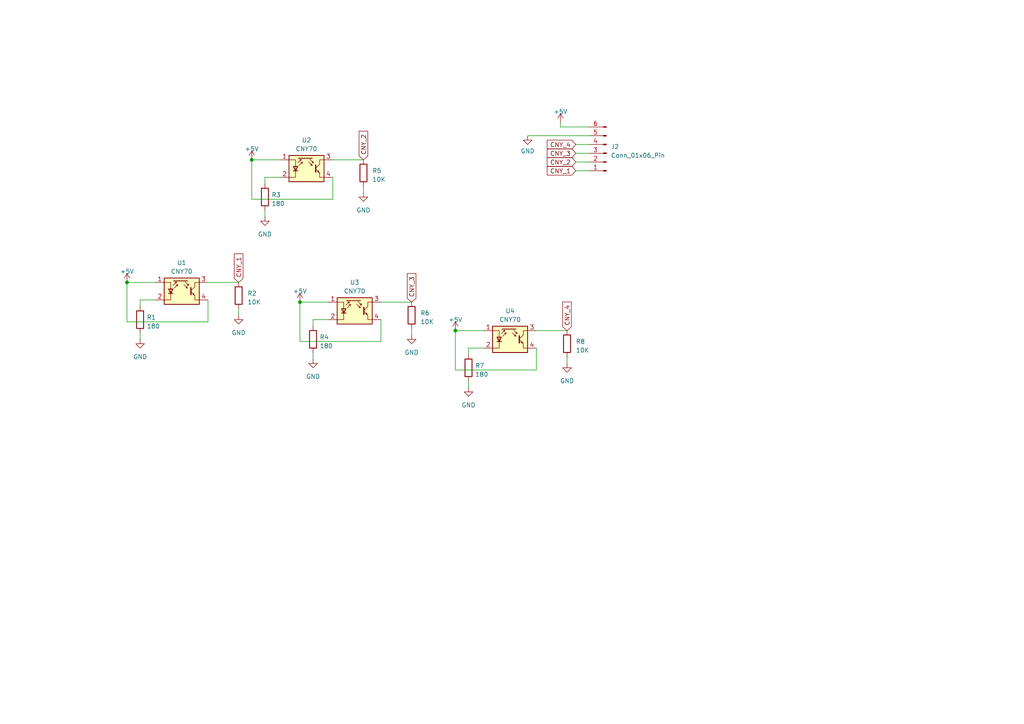
<source format=kicad_sch>
(kicad_sch (version 20230121) (generator eeschema)
  (paper "A4")
  (lib_symbols
    (symbol "+5V_2" (power) (pin_names (offset 0))
      (property "Value" "+5V_2" (at 0 3.556 0))
      (symbol "+5V_2_0_1"
        (polyline (pts (xy -0.762 1.27) (xy 0 2.54)))
        (polyline (pts (xy 0 0) (xy 0 2.54)))
        (polyline (pts (xy 0 2.54) (xy 0.762 1.27)))
      )
      (symbol "+5V_2_1_1"
        (pin power_in line (at 0 0 90) (length 0) hide (name "+5V") (number "1"))
      )
    )
    (symbol "Connector:Conn_01x06_Pin" (pin_names (offset 1.016) hide)
      (property "Reference" "J" (at 0 7.62 0))
      (property "Value" "Conn_01x06_Pin" (at 0 -10.16 0))
      (symbol "Conn_01x06_Pin_1_1"
        (polyline (pts (xy 1.27 -7.62) (xy 0.8636 -7.62)) (stroke (width 0.1524)))
        (polyline (pts (xy 1.27 -5.08) (xy 0.8636 -5.08)) (stroke (width 0.1524)))
        (polyline (pts (xy 1.27 -2.54) (xy 0.8636 -2.54)) (stroke (width 0.1524)))
        (polyline (pts (xy 1.27 0) (xy 0.8636 0)) (stroke (width 0.1524)))
        (polyline (pts (xy 1.27 2.54) (xy 0.8636 2.54)) (stroke (width 0.1524)))
        (polyline (pts (xy 1.27 5.08) (xy 0.8636 5.08)) (stroke (width 0.1524)))
        (rectangle (start 0.8636 -7.493) (end 0 -7.747) (stroke (width 0.1524)) (fill (type outline)))
        (rectangle (start 0.8636 -4.953) (end 0 -5.207) (stroke (width 0.1524)) (fill (type outline)))
        (rectangle (start 0.8636 -2.413) (end 0 -2.667) (stroke (width 0.1524)) (fill (type outline)))
        (rectangle (start 0.8636 0.127) (end 0 -0.127) (stroke (width 0.1524)) (fill (type outline)))
        (rectangle (start 0.8636 2.667) (end 0 2.413) (stroke (width 0.1524)) (fill (type outline)))
        (rectangle (start 0.8636 5.207) (end 0 4.953) (stroke (width 0.1524)) (fill (type outline)))
        (pin passive line (at 5.08 5.08 180) (length 3.81) (name "Pin_1") (number "1"))
        (pin passive line (at 5.08 2.54 180) (length 3.81) (name "Pin_2") (number "2"))
        (pin passive line (at 5.08 0 180) (length 3.81) (name "Pin_3") (number "3"))
        (pin passive line (at 5.08 -2.54 180) (length 3.81) (name "Pin_4") (number "4"))
        (pin passive line (at 5.08 -5.08 180) (length 3.81) (name "Pin_5") (number "5"))
        (pin passive line (at 5.08 -7.62 180) (length 3.81) (name "Pin_6") (number "6"))
      )
    )
    (symbol "Device:R" (pin_numbers hide) (pin_names (offset 0))
      (property "Reference" "R" (at 2.032 0 90))
      (property "Value" "R" (at 0 0 90))
      (symbol "R_0_1"
        (rectangle (start -1.016 -2.54) (end 1.016 2.54) (stroke (width 0.254)))
      )
      (symbol "R_1_1"
        (pin passive line (at 0 3.81 270) (length 1.27) (name "~") (number "1"))
        (pin passive line (at 0 -3.81 90) (length 1.27) (name "~") (number "2"))
      )
    )
    (symbol "GND_4" (power) (pin_names (offset 0))
      (property "Value" "GND_4" (at 0 -3.81 0))
      (symbol "GND_4_0_1"
        (polyline (pts (xy 0 0) (xy 0 -1.27) (xy 1.27 -1.27) (xy 0 -2.54) (xy -1.27 -1.27) (xy 0 -1.27)))
      )
      (symbol "GND_4_1_1"
        (pin power_in line (at 0 0 270) (length 0) hide (name "GND") (number "1"))
      )
    )
    (symbol "Sensor_Proximity:CNY70" (pin_names (offset 1.016) hide)
      (property "Reference" "U" (at -5.08 5.08 0))
      (property "Value" "CNY70" (at 5.08 5.08 0))
      (symbol "CNY70_0_1"
        (polyline (pts (xy -3.81 -0.635) (xy -2.54 -0.635)) (stroke (width 0.254)))
        (polyline (pts (xy -2.286 2.921) (xy -2.032 3.175)))
        (polyline (pts (xy -1.778 2.921) (xy -1.524 3.175)))
        (polyline (pts (xy -1.524 2.667) (xy -1.651 2.159)))
        (polyline (pts (xy -1.27 2.921) (xy -1.016 3.175)))
        (polyline (pts (xy -1.143 1.905) (xy -1.27 1.397)))
        (polyline (pts (xy -0.762 2.921) (xy -0.508 3.175)))
        (polyline (pts (xy -0.254 2.921) (xy 0 3.175)))
        (polyline (pts (xy 0.254 2.921) (xy 0.508 3.175)))
        (polyline (pts (xy 0.762 2.921) (xy 1.016 3.175)))
        (polyline (pts (xy 1.27 2.921) (xy 1.524 3.175)))
        (polyline (pts (xy 1.651 0.889) (xy 1.143 1.016)))
        (polyline (pts (xy 1.778 2.921) (xy -2.413 2.921)))
        (polyline (pts (xy 2.032 1.651) (xy 1.524 1.778)))
        (polyline (pts (xy 2.667 -0.127) (xy 3.81 -1.27)))
        (polyline (pts (xy 2.667 0.127) (xy 3.81 1.27)))
        (polyline (pts (xy -2.54 1.651) (xy -1.524 2.667) (xy -2.032 2.54)))
        (polyline (pts (xy -2.159 0.889) (xy -1.143 1.905) (xy -1.651 1.778)))
        (polyline (pts (xy 0.635 1.905) (xy 1.651 0.889) (xy 1.524 1.397)))
        (polyline (pts (xy 1.016 2.667) (xy 2.032 1.651) (xy 1.905 2.159)))
        (polyline (pts (xy 2.667 1.016) (xy 2.667 -1.016) (xy 2.667 -1.016)) (stroke (width 0.3556)))
        (polyline (pts (xy 3.81 -1.27) (xy 3.81 -2.54) (xy 5.08 -2.54)))
        (polyline (pts (xy 3.81 1.27) (xy 3.81 2.54) (xy 5.08 2.54)))
        (polyline (pts (xy -5.08 -2.54) (xy -3.175 -2.54) (xy -3.175 2.54) (xy -5.08 2.54)))
        (polyline (pts (xy -3.175 -0.635) (xy -3.81 0.635) (xy -2.54 0.635) (xy -3.175 -0.635)) (stroke (width 0.254)))
        (polyline (pts (xy 3.683 -1.143) (xy 3.429 -0.635) (xy 3.175 -0.889) (xy 3.683 -1.143)))
        (polyline (pts (xy -5.08 -3.81) (xy 5.08 -3.81) (xy 5.08 3.81) (xy -5.08 3.81) (xy -5.08 -3.81)) (stroke (width 0.254)) (fill (type background)))
      )
      (symbol "CNY70_1_1"
        (pin passive line (at -7.62 2.54 0) (length 2.54) (name "A") (number "1"))
        (pin passive line (at -7.62 -2.54 0) (length 2.54) (name "K") (number "2"))
        (pin open_collector line (at 7.62 2.54 180) (length 2.54) (name "C") (number "3"))
        (pin open_emitter line (at 7.62 -2.54 180) (length 2.54) (name "E") (number "4"))
      )
    )
    (symbol "power:+5V" (power) (pin_names (offset 0))
      (property "Value" "+5V" (at 0 3.556 0))
      (symbol "+5V_0_1"
        (polyline (pts (xy -0.762 1.27) (xy 0 2.54)))
        (polyline (pts (xy 0 0) (xy 0 2.54)))
        (polyline (pts (xy 0 2.54) (xy 0.762 1.27)))
      )
      (symbol "+5V_1_1"
        (pin power_in line (at 0 0 90) (length 0) hide (name "+5V") (number "1"))
      )
    )
    (symbol "power:GND" (power) (pin_names (offset 0))
      (property "Value" "GND" (at 0 -3.81 0))
      (symbol "GND_0_1"
        (polyline (pts (xy 0 0) (xy 0 -1.27) (xy 1.27 -1.27) (xy 0 -2.54) (xy -1.27 -1.27) (xy 0 -1.27)))
      )
      (symbol "GND_1_1"
        (pin power_in line (at 0 0 270) (length 0) hide (name "GND") (number "1"))
      )
    )
  )
  (junction (at 73.025 46.355))
  (junction (at 132.08 95.885))
  (junction (at 86.995 87.63))
  (junction (at 36.83 81.915))
  (wire (pts (xy 95.25 87.63) (xy 86.995 87.63)))
  (wire (pts (xy 45.085 81.915) (xy 36.83 81.915)))
  (wire (pts (xy 95.25 92.71) (xy 90.805 92.71)))
  (wire (pts (xy 73.025 57.785) (xy 96.52 57.785)))
  (wire (pts (xy 132.08 95.885) (xy 132.08 107.315)))
  (wire (pts (xy 60.325 81.915) (xy 69.215 81.915)))
  (wire (pts (xy 135.89 112.395) (xy 135.89 110.49)))
  (wire (pts (xy 81.28 51.435) (xy 76.835 51.435)))
  (wire (pts (xy 90.805 92.71) (xy 90.805 94.615)))
  (wire (pts (xy 90.805 104.14) (xy 90.805 102.235)))
  (wire (pts (xy 110.49 99.06) (xy 110.49 92.71)))
  (wire (pts (xy 162.56 36.83) (xy 162.56 35.56)))
  (wire (pts (xy 81.28 46.355) (xy 73.025 46.355)))
  (wire (pts (xy 96.52 46.355) (xy 105.41 46.355)))
  (wire (pts (xy 36.83 93.345) (xy 60.325 93.345)))
  (wire (pts (xy 36.83 81.915) (xy 36.83 93.345)))
  (wire (pts (xy 76.835 51.435) (xy 76.835 53.34)))
  (wire (pts (xy 69.215 89.535) (xy 69.215 91.44)))
  (wire (pts (xy 135.89 100.965) (xy 135.89 102.87)))
  (wire (pts (xy 164.465 103.505) (xy 164.465 105.41)))
  (wire (pts (xy 132.08 107.315) (xy 155.575 107.315)))
  (wire (pts (xy 105.41 53.975) (xy 105.41 55.88)))
  (wire (pts (xy 170.815 44.45) (xy 167.005 44.45)))
  (wire (pts (xy 86.995 87.63) (xy 86.995 99.06)))
  (wire (pts (xy 76.835 62.865) (xy 76.835 60.96)))
  (wire (pts (xy 140.335 100.965) (xy 135.89 100.965)))
  (wire (pts (xy 153.035 39.37) (xy 170.815 39.37)))
  (wire (pts (xy 45.085 86.995) (xy 40.64 86.995)))
  (wire (pts (xy 155.575 107.315) (xy 155.575 100.965)))
  (wire (pts (xy 96.52 57.785) (xy 96.52 51.435)))
  (wire (pts (xy 170.815 46.99) (xy 167.005 46.99)))
  (wire (pts (xy 162.56 36.83) (xy 170.815 36.83)))
  (wire (pts (xy 170.815 49.53) (xy 167.005 49.53)))
  (wire (pts (xy 110.49 87.63) (xy 119.38 87.63)))
  (wire (pts (xy 40.64 86.995) (xy 40.64 88.9)))
  (wire (pts (xy 73.025 46.355) (xy 73.025 57.785)))
  (wire (pts (xy 60.325 93.345) (xy 60.325 86.995)))
  (wire (pts (xy 140.335 95.885) (xy 132.08 95.885)))
  (wire (pts (xy 40.64 98.425) (xy 40.64 96.52)))
  (wire (pts (xy 119.38 95.25) (xy 119.38 97.155)))
  (wire (pts (xy 155.575 95.885) (xy 164.465 95.885)))
  (wire (pts (xy 86.995 99.06) (xy 110.49 99.06)))
  (wire (pts (xy 170.815 41.91) (xy 167.005 41.91)))
  (global_label "CNY_4" (shape input) (at 164.465 95.885 90) (property "Intersheetrefs" "${INTERSHEET_REFS}" (effects hide)))
  (global_label "CNY_2" (shape input) (at 167.005 46.99 180) (property "Intersheetrefs" "${INTERSHEET_REFS}" (effects hide)))
  (global_label "CNY_1" (shape input) (at 167.005 49.53 180) (property "Intersheetrefs" "${INTERSHEET_REFS}" (effects hide)))
  (global_label "CNY_3" (shape input) (at 167.005 44.45 180) (property "Intersheetrefs" "${INTERSHEET_REFS}" (effects hide)))
  (global_label "CNY_1" (shape input) (at 69.215 81.915 90) (property "Intersheetrefs" "${INTERSHEET_REFS}" (effects hide)))
  (global_label "CNY_4" (shape input) (at 167.005 41.91 180) (property "Intersheetrefs" "${INTERSHEET_REFS}" (effects hide)))
  (global_label "CNY_2" (shape input) (at 105.41 46.355 90) (property "Intersheetrefs" "${INTERSHEET_REFS}" (effects hide)))
  (global_label "CNY_3" (shape input) (at 119.38 87.63 90) (property "Intersheetrefs" "${INTERSHEET_REFS}" (effects hide)))
  (symbol (lib_id "Sensor_Proximity:CNY70") (at 147.955 98.425 0) (unit 1)
    (property "Reference" "U4" (at 147.955 90.17 0))
    (property "Value" "CNY70" (at 147.955 92.71 0))
    (property "Footprint" "OptoDevice:Vishay_CNY70" (effects hide))
    (property "Datasheet" "https://www.vishay.com/docs/83751/cny70.pdf" (effects hide))
  )
  (symbol (lib_id "power:GND") (at 40.64 98.425 0) (unit 1)
    (property "Reference" "#PWR02" (effects hide))
    (property "Value" "GND" (at 40.64 103.505 0))
  )
  (symbol (lib_id "Connector:Conn_01x06_Pin") (at 175.895 44.45 180) (unit 1)
    (property "Reference" "J2" (at 177.165 42.545 0) (effects (justify right)))
    (property "Value" "Conn_01x06_Pin" (at 177.165 45.085 0) (effects (justify right)))
    (property "Footprint" "Connector_PinHeader_2.54mm:PinHeader_1x06_P2.54mm_Horizontal" (effects hide))
  )
  (symbol (lib_id "Device:R") (at 69.215 85.725 0) (unit 1)
    (property "Reference" "R2" (at 71.755 85.09 0) (effects (justify left)))
    (property "Value" "10K" (at 71.755 87.63 0) (effects (justify left)))
    (property "Footprint" "Resistor_SMD:R_1206_3216Metric_Pad1.30x1.75mm_HandSolder" (effects hide))
  )
  (symbol (lib_id "Device:R") (at 119.38 91.44 0) (unit 1)
    (property "Reference" "R6" (at 121.92 90.805 0) (effects (justify left)))
    (property "Value" "10K" (at 121.92 93.345 0) (effects (justify left)))
    (property "Footprint" "Resistor_SMD:R_1206_3216Metric_Pad1.30x1.75mm_HandSolder" (effects hide))
  )
  (symbol (lib_id "power:GND") (at 105.41 55.88 0) (unit 1)
    (property "Reference" "#PWR08" (effects hide))
    (property "Value" "GND" (at 105.41 60.96 0))
  )
  (symbol (lib_id "power:+5V") (at 36.83 81.915 0) (unit 1)
    (property "Reference" "#PWR01" (effects hide))
    (property "Value" "+5V" (at 36.83 78.74 0))
  )
  (symbol (lib_id "power:GND") (at 76.835 62.865 0) (unit 1)
    (property "Reference" "#PWR05" (effects hide))
    (property "Value" "GND" (at 76.835 67.945 0))
  )
  (symbol (lib_name "+5V_2") (lib_id "power:+5V") (at 162.56 35.56 0) (unit 1)
    (property "Reference" "#PWR013" (effects hide))
    (property "Value" "+5V" (at 162.56 32.385 0))
  )
  (symbol (lib_id "Device:R") (at 135.89 106.68 0) (unit 1)
    (property "Reference" "R7" (at 137.795 106.045 0) (effects (justify left)))
    (property "Value" "180" (at 137.795 108.585 0) (effects (justify left)))
    (property "Footprint" "Resistor_SMD:R_1206_3216Metric_Pad1.30x1.75mm_HandSolder" (effects hide))
  )
  (symbol (lib_id "power:+5V") (at 86.995 87.63 0) (unit 1)
    (property "Reference" "#PWR06" (effects hide))
    (property "Value" "+5V" (at 86.995 84.455 0))
  )
  (symbol (lib_id "Device:R") (at 90.805 98.425 0) (unit 1)
    (property "Reference" "R4" (at 92.71 97.79 0) (effects (justify left)))
    (property "Value" "180" (at 92.71 100.33 0) (effects (justify left)))
    (property "Footprint" "Resistor_SMD:R_1206_3216Metric_Pad1.30x1.75mm_HandSolder" (effects hide))
  )
  (symbol (lib_id "Sensor_Proximity:CNY70") (at 52.705 84.455 0) (unit 1)
    (property "Reference" "U1" (at 52.705 76.2 0))
    (property "Value" "CNY70" (at 52.705 78.74 0))
    (property "Footprint" "OptoDevice:Vishay_CNY70" (effects hide))
    (property "Datasheet" "https://www.vishay.com/docs/83751/cny70.pdf" (effects hide))
  )
  (symbol (lib_id "Sensor_Proximity:CNY70") (at 102.87 90.17 0) (unit 1)
    (property "Reference" "U3" (at 102.87 81.915 0))
    (property "Value" "CNY70" (at 102.87 84.455 0))
    (property "Footprint" "OptoDevice:Vishay_CNY70" (effects hide))
    (property "Datasheet" "https://www.vishay.com/docs/83751/cny70.pdf" (effects hide))
  )
  (symbol (lib_id "power:GND") (at 164.465 105.41 0) (unit 1)
    (property "Reference" "#PWR014" (effects hide))
    (property "Value" "GND" (at 164.465 110.49 0))
  )
  (symbol (lib_name "GND_4") (lib_id "power:GND") (at 153.035 39.37 0) (unit 1)
    (property "Reference" "#PWR012" (effects hide))
    (property "Value" "GND" (at 153.035 43.815 0))
  )
  (symbol (lib_id "power:GND") (at 69.215 91.44 0) (unit 1)
    (property "Reference" "#PWR03" (effects hide))
    (property "Value" "GND" (at 69.215 96.52 0))
  )
  (symbol (lib_id "power:GND") (at 119.38 97.155 0) (unit 1)
    (property "Reference" "#PWR09" (effects hide))
    (property "Value" "GND" (at 119.38 102.235 0))
  )
  (symbol (lib_id "Device:R") (at 105.41 50.165 0) (unit 1)
    (property "Reference" "R5" (at 107.95 49.53 0) (effects (justify left)))
    (property "Value" "10K" (at 107.95 52.07 0) (effects (justify left)))
    (property "Footprint" "Resistor_SMD:R_1206_3216Metric_Pad1.30x1.75mm_HandSolder" (effects hide))
  )
  (symbol (lib_id "Device:R") (at 164.465 99.695 0) (unit 1)
    (property "Reference" "R8" (at 167.005 99.06 0) (effects (justify left)))
    (property "Value" "10K" (at 167.005 101.6 0) (effects (justify left)))
    (property "Footprint" "Resistor_SMD:R_1206_3216Metric_Pad1.30x1.75mm_HandSolder" (effects hide))
  )
  (symbol (lib_id "Device:R") (at 76.835 57.15 0) (unit 1)
    (property "Reference" "R3" (at 78.74 56.515 0) (effects (justify left)))
    (property "Value" "180" (at 78.74 59.055 0) (effects (justify left)))
    (property "Footprint" "Resistor_SMD:R_1206_3216Metric_Pad1.30x1.75mm_HandSolder" (effects hide))
  )
  (symbol (lib_id "Sensor_Proximity:CNY70") (at 88.9 48.895 0) (unit 1)
    (property "Reference" "U2" (at 88.9 40.64 0))
    (property "Value" "CNY70" (at 88.9 43.18 0))
    (property "Footprint" "OptoDevice:Vishay_CNY70" (effects hide))
    (property "Datasheet" "https://www.vishay.com/docs/83751/cny70.pdf" (effects hide))
  )
  (symbol (lib_id "power:+5V") (at 132.08 95.885 0) (unit 1)
    (property "Reference" "#PWR010" (effects hide))
    (property "Value" "+5V" (at 132.08 92.71 0))
  )
  (symbol (lib_id "power:GND") (at 90.805 104.14 0) (unit 1)
    (property "Reference" "#PWR07" (effects hide))
    (property "Value" "GND" (at 90.805 109.22 0))
  )
  (symbol (lib_id "power:+5V") (at 73.025 46.355 0) (unit 1)
    (property "Reference" "#PWR04" (effects hide))
    (property "Value" "+5V" (at 73.025 43.18 0))
  )
  (symbol (lib_id "power:GND") (at 135.89 112.395 0) (unit 1)
    (property "Reference" "#PWR011" (effects hide))
    (property "Value" "GND" (at 135.89 117.475 0))
  )
  (symbol (lib_id "Device:R") (at 40.64 92.71 0) (unit 1)
    (property "Reference" "R1" (at 42.545 92.075 0) (effects (justify left)))
    (property "Value" "180" (at 42.545 94.615 0) (effects (justify left)))
    (property "Footprint" "Resistor_SMD:R_1206_3216Metric_Pad1.30x1.75mm_HandSolder" (effects hide))
  )
)
</source>
